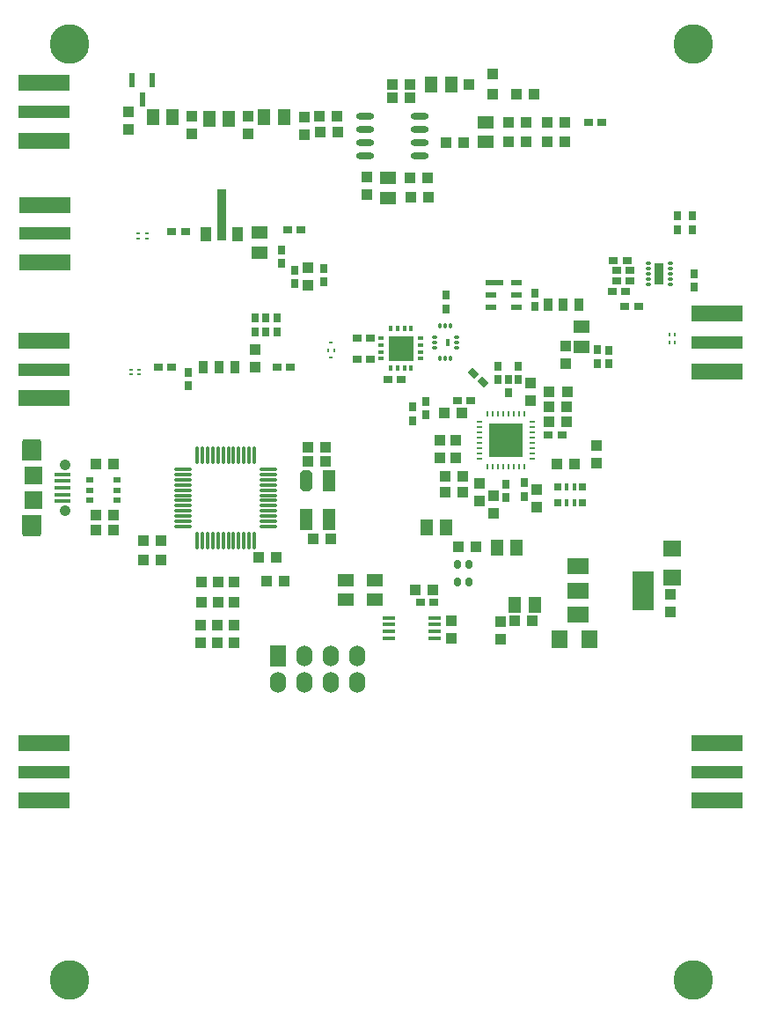
<source format=gbr>
%TF.GenerationSoftware,Altium Limited,Altium Designer,20.2.4 (192)*%
G04 Layer_Color=255*
%FSLAX25Y25*%
%MOIN*%
%TF.SameCoordinates,DD73C85C-3220-4851-94E8-9B28512026BA*%
%TF.FilePolarity,Positive*%
%TF.FileFunction,Pads,Top*%
%TF.Part,Single*%
G01*
G75*
%TA.AperFunction,SMDPad,CuDef*%
%ADD14R,0.03543X0.02756*%
%ADD15R,0.01181X0.00591*%
%ADD16R,0.00591X0.01181*%
%ADD17R,0.02264X0.01181*%
%ADD18R,0.01181X0.02264*%
%ADD19R,0.09449X0.09449*%
%ADD20R,0.06890X0.02362*%
%ADD21R,0.03937X0.02362*%
%ADD22R,0.02756X0.03543*%
%ADD23R,0.04331X0.03937*%
%ADD24R,0.03543X0.19685*%
%ADD25R,0.03937X0.05512*%
G04:AMPARAMS|DCode=26|XSize=31.5mil|YSize=23.62mil|CornerRadius=5.91mil|HoleSize=0mil|Usage=FLASHONLY|Rotation=90.000|XOffset=0mil|YOffset=0mil|HoleType=Round|Shape=RoundedRectangle|*
%AMROUNDEDRECTD26*
21,1,0.03150,0.01181,0,0,90.0*
21,1,0.01968,0.02362,0,0,90.0*
1,1,0.01181,0.00591,0.00984*
1,1,0.01181,0.00591,-0.00984*
1,1,0.01181,-0.00591,-0.00984*
1,1,0.01181,-0.00591,0.00984*
%
%ADD26ROUNDEDRECTD26*%
%ADD27O,0.01181X0.06890*%
%ADD28O,0.06890X0.01181*%
%ADD29R,0.02362X0.05512*%
%ADD30R,0.07900X0.05900*%
%ADD31R,0.07900X0.15000*%
%ADD32O,0.06890X0.02362*%
%ADD33R,0.07480X0.04232*%
%ADD34R,0.07087X0.07087*%
%ADD35R,0.05906X0.01575*%
%ADD36R,0.02756X0.01968*%
%ADD37R,0.04000X0.04000*%
%ADD38R,0.02559X0.02756*%
%ADD39R,0.01772X0.02756*%
%ADD40R,0.04500X0.01500*%
%ADD41R,0.04724X0.07874*%
G04:AMPARAMS|DCode=42|XSize=78.74mil|YSize=47.24mil|CornerRadius=0mil|HoleSize=0mil|Usage=FLASHONLY|Rotation=270.000|XOffset=0mil|YOffset=0mil|HoleType=Round|Shape=Octagon|*
%AMOCTAGOND42*
4,1,8,-0.01181,-0.03937,0.01181,-0.03937,0.02362,-0.02756,0.02362,0.02756,0.01181,0.03937,-0.01181,0.03937,-0.02362,0.02756,-0.02362,-0.02756,-0.01181,-0.03937,0.0*
%
%ADD42OCTAGOND42*%

%ADD43R,0.07087X0.06299*%
%ADD44R,0.05906X0.05118*%
%ADD45R,0.03937X0.04331*%
%ADD46O,0.02362X0.01181*%
%ADD47R,0.03543X0.08268*%
%ADD48R,0.12992X0.12992*%
%ADD49O,0.00984X0.02559*%
%ADD50O,0.02559X0.00984*%
%ADD51O,0.01181X0.02362*%
%ADD52R,0.01575X0.03150*%
%ADD53R,0.03543X0.05118*%
%TA.AperFunction,ConnectorPad*%
%ADD54R,0.19685X0.06299*%
%ADD55R,0.19685X0.04724*%
%TA.AperFunction,SMDPad,CuDef*%
%ADD56R,0.01496X0.01102*%
G04:AMPARAMS|DCode=57|XSize=27.56mil|YSize=35.43mil|CornerRadius=0mil|HoleSize=0mil|Usage=FLASHONLY|Rotation=225.000|XOffset=0mil|YOffset=0mil|HoleType=Round|Shape=Rectangle|*
%AMROTATEDRECTD57*
4,1,4,-0.00278,0.02227,0.02227,-0.00278,0.00278,-0.02227,-0.02227,0.00278,-0.00278,0.02227,0.0*
%
%ADD57ROTATEDRECTD57*%

%ADD58R,0.06299X0.07087*%
%ADD59R,0.01102X0.01496*%
%ADD60R,0.05118X0.05906*%
%TA.AperFunction,ComponentPad*%
G04:AMPARAMS|DCode=108|XSize=74.8mil|YSize=49.21mil|CornerRadius=12.3mil|HoleSize=0mil|Usage=FLASHONLY|Rotation=0.000|XOffset=0mil|YOffset=0mil|HoleType=Round|Shape=RoundedRectangle|*
%AMROUNDEDRECTD108*
21,1,0.07480,0.02461,0,0,0.0*
21,1,0.05020,0.04921,0,0,0.0*
1,1,0.02461,0.02510,-0.01230*
1,1,0.02461,-0.02510,-0.01230*
1,1,0.02461,-0.02510,0.01230*
1,1,0.02461,0.02510,0.01230*
%
%ADD108ROUNDEDRECTD108*%
%ADD109C,0.04134*%
%ADD110C,0.14961*%
%ADD111R,0.06000X0.08000*%
%ADD112O,0.06000X0.08000*%
D14*
X128543Y262731D02*
D03*
X133661D02*
D03*
X128543Y254681D02*
D03*
X133661D02*
D03*
X145472Y246807D02*
D03*
X140354D02*
D03*
X201181Y225941D02*
D03*
X206299D02*
D03*
X53346Y251531D02*
D03*
X58464D02*
D03*
X103346Y251728D02*
D03*
X98228D02*
D03*
X232087Y284208D02*
D03*
X226969D02*
D03*
X232087Y288145D02*
D03*
X226969D02*
D03*
X221402Y344216D02*
D03*
X216283D02*
D03*
X171795Y239098D02*
D03*
X166677D02*
D03*
X225787Y292082D02*
D03*
X230906D02*
D03*
X225328Y280228D02*
D03*
X230446D02*
D03*
X235236Y274563D02*
D03*
X230118D02*
D03*
X157677Y162592D02*
D03*
X152559D02*
D03*
X63543Y303106D02*
D03*
X58425D02*
D03*
X107438Y303500D02*
D03*
X102320D02*
D03*
D15*
X118841Y260882D02*
D03*
Y255173D02*
D03*
D16*
X120121Y258027D02*
D03*
X117561D02*
D03*
D17*
X152706Y254878D02*
D03*
X152707Y257439D02*
D03*
X152706Y259995D02*
D03*
X152705Y262556D02*
D03*
X137847D02*
D03*
X137847Y259995D02*
D03*
Y257430D02*
D03*
X137840Y254879D02*
D03*
D18*
X149116Y266140D02*
D03*
X146555Y266148D02*
D03*
X143997Y266148D02*
D03*
X141437Y266148D02*
D03*
X141436Y251279D02*
D03*
X143997Y251279D02*
D03*
X146560Y251288D02*
D03*
X149114Y251284D02*
D03*
D19*
X145275Y258716D02*
D03*
D20*
X180797Y283766D02*
D03*
D21*
X179320Y279041D02*
D03*
D03*
X179320Y274317D02*
D03*
X189163D02*
D03*
X189163Y279041D02*
D03*
X189163Y283766D02*
D03*
D22*
X116142Y284012D02*
D03*
Y289130D02*
D03*
X98425Y270232D02*
D03*
Y265114D02*
D03*
X191929Y207831D02*
D03*
Y202712D02*
D03*
X185968Y247004D02*
D03*
Y241886D02*
D03*
X94130Y265114D02*
D03*
Y270232D02*
D03*
X154580Y238736D02*
D03*
Y233618D02*
D03*
X149606Y236472D02*
D03*
Y231354D02*
D03*
X162205Y278893D02*
D03*
Y273775D02*
D03*
X64567Y249760D02*
D03*
Y244641D02*
D03*
X256299Y281890D02*
D03*
Y287008D02*
D03*
X255817Y303742D02*
D03*
Y308860D02*
D03*
X181890Y247004D02*
D03*
Y252122D02*
D03*
X189764Y252122D02*
D03*
Y247004D02*
D03*
X250000Y308860D02*
D03*
Y303742D02*
D03*
X184984Y207405D02*
D03*
Y202287D02*
D03*
X195910Y274563D02*
D03*
Y279681D02*
D03*
X219563Y253106D02*
D03*
Y258224D02*
D03*
X224016Y252909D02*
D03*
Y258027D02*
D03*
X90157Y270232D02*
D03*
Y265114D02*
D03*
X100042Y296020D02*
D03*
Y290901D02*
D03*
X105118Y283224D02*
D03*
Y288342D02*
D03*
D23*
X155260Y323350D02*
D03*
X148567D02*
D03*
X168252Y234374D02*
D03*
X161559D02*
D03*
X168701Y204287D02*
D03*
X162008D02*
D03*
X208071Y236768D02*
D03*
X201378D02*
D03*
X201378Y230862D02*
D03*
X208071D02*
D03*
X173764Y183618D02*
D03*
X167071Y183618D02*
D03*
X157285Y167279D02*
D03*
X150593D02*
D03*
X54527Y185980D02*
D03*
X47835D02*
D03*
X54527Y178697D02*
D03*
X47835D02*
D03*
X118701Y186767D02*
D03*
X112008D02*
D03*
X110157Y215901D02*
D03*
X116850D02*
D03*
X110039Y221413D02*
D03*
X116732D02*
D03*
X188281Y155665D02*
D03*
X194974D02*
D03*
X141874Y353665D02*
D03*
X148567D02*
D03*
Y358783D02*
D03*
X141874D02*
D03*
X121008Y346579D02*
D03*
X114315D02*
D03*
X155654Y315870D02*
D03*
X148961D02*
D03*
X121402Y340673D02*
D03*
X114709D02*
D03*
X162346Y336736D02*
D03*
X169039D02*
D03*
X185969Y344216D02*
D03*
X192661D02*
D03*
X168701Y210193D02*
D03*
X162008D02*
D03*
X201520Y242445D02*
D03*
X208213D02*
D03*
X211024Y215114D02*
D03*
X204331D02*
D03*
X94357Y170626D02*
D03*
X101050D02*
D03*
X29724Y190114D02*
D03*
X36417D02*
D03*
X29724Y214819D02*
D03*
X36417D02*
D03*
X29724Y195626D02*
D03*
X36417D02*
D03*
X189118Y354846D02*
D03*
X195811D02*
D03*
X207228Y344216D02*
D03*
X200535D02*
D03*
X207228Y337130D02*
D03*
X200535D02*
D03*
X192661D02*
D03*
X185969D02*
D03*
X91270Y179563D02*
D03*
X97963D02*
D03*
D24*
X77362Y309208D02*
D03*
D25*
X71260Y302122D02*
D03*
X83464D02*
D03*
D26*
X166614Y170392D02*
D03*
X171063Y170392D02*
D03*
X171063Y176888D02*
D03*
X166614D02*
D03*
D27*
X89709Y186079D02*
D03*
X87740Y186078D02*
D03*
X85772D02*
D03*
X83803D02*
D03*
X81835D02*
D03*
X79866D02*
D03*
X77898Y186079D02*
D03*
X75929D02*
D03*
X73961Y186078D02*
D03*
X71992D02*
D03*
X70024D02*
D03*
X68055D02*
D03*
Y218165D02*
D03*
X70024Y218165D02*
D03*
X71992D02*
D03*
X73961D02*
D03*
X75929Y218165D02*
D03*
X77898D02*
D03*
X79866D02*
D03*
X81835D02*
D03*
X83803D02*
D03*
X85772Y218165D02*
D03*
X87740D02*
D03*
X89709Y218165D02*
D03*
D28*
X62839Y191295D02*
D03*
Y193263D02*
D03*
Y195232D02*
D03*
X62839Y197201D02*
D03*
Y199169D02*
D03*
Y201137D02*
D03*
X62839Y203106D02*
D03*
Y205075D02*
D03*
X62839Y207043D02*
D03*
Y209012D02*
D03*
Y210980D02*
D03*
Y212948D02*
D03*
X94925D02*
D03*
Y210980D02*
D03*
Y209012D02*
D03*
Y207043D02*
D03*
Y205075D02*
D03*
Y203106D02*
D03*
Y201137D02*
D03*
Y199169D02*
D03*
Y197201D02*
D03*
Y195232D02*
D03*
Y193263D02*
D03*
Y191295D02*
D03*
D29*
X50984Y360389D02*
D03*
X43504D02*
D03*
X47244Y352909D02*
D03*
D30*
X212332Y158022D02*
D03*
Y167122D02*
D03*
Y176222D02*
D03*
D31*
X237132Y167122D02*
D03*
D32*
X152406Y331598D02*
D03*
Y336598D02*
D03*
Y341598D02*
D03*
Y346598D02*
D03*
X131736Y331598D02*
D03*
Y336598D02*
D03*
Y341598D02*
D03*
Y346598D02*
D03*
D33*
X5474Y193633D02*
D03*
Y218337D02*
D03*
D34*
X6183Y201458D02*
D03*
Y210513D02*
D03*
D35*
X17010Y200867D02*
D03*
Y203426D02*
D03*
Y205985D02*
D03*
Y208544D02*
D03*
X17010Y211103D02*
D03*
D36*
X27224Y201334D02*
D03*
Y205075D02*
D03*
Y208815D02*
D03*
X37657D02*
D03*
Y205075D02*
D03*
Y201334D02*
D03*
D37*
X171135Y358683D02*
D03*
X179936Y362583D02*
D03*
Y354983D02*
D03*
X69685Y170392D02*
D03*
Y162592D02*
D03*
X75984Y170392D02*
D03*
Y162592D02*
D03*
X82102Y170392D02*
D03*
Y162592D02*
D03*
D38*
X204724Y200153D02*
D03*
Y206452D02*
D03*
X214173Y200153D02*
D03*
Y206452D02*
D03*
D39*
X207874Y200153D02*
D03*
Y206452D02*
D03*
X211024Y200153D02*
D03*
Y206452D02*
D03*
D40*
X157874Y156750D02*
D03*
Y154190D02*
D03*
Y151630D02*
D03*
Y149070D02*
D03*
X140551Y149068D02*
D03*
X140551Y151628D02*
D03*
X140551Y154188D02*
D03*
Y156748D02*
D03*
D41*
X118110Y208618D02*
D03*
X118110Y194051D02*
D03*
X109449Y194051D02*
D03*
D42*
Y208618D02*
D03*
D43*
X248031Y172004D02*
D03*
Y183027D02*
D03*
D44*
X135433Y163539D02*
D03*
Y171019D02*
D03*
X91571Y302516D02*
D03*
Y295035D02*
D03*
X140496Y323153D02*
D03*
Y315673D02*
D03*
X124409Y171019D02*
D03*
Y163539D02*
D03*
X213779Y266886D02*
D03*
Y259405D02*
D03*
X177504Y344413D02*
D03*
Y336933D02*
D03*
D45*
X110039Y289277D02*
D03*
Y282584D02*
D03*
X219291Y215311D02*
D03*
Y222004D02*
D03*
X90157Y251728D02*
D03*
Y258421D02*
D03*
X196850Y205468D02*
D03*
Y198775D02*
D03*
X180260Y203075D02*
D03*
Y196382D02*
D03*
X194433Y238901D02*
D03*
Y245594D02*
D03*
X160181Y223941D02*
D03*
Y217248D02*
D03*
X175197Y207634D02*
D03*
Y200941D02*
D03*
X166087Y223941D02*
D03*
Y217248D02*
D03*
X164370Y155665D02*
D03*
X164370Y148972D02*
D03*
X183071Y155271D02*
D03*
Y148579D02*
D03*
X132228Y316854D02*
D03*
Y323547D02*
D03*
X66087Y340083D02*
D03*
Y346775D02*
D03*
X87347Y340083D02*
D03*
Y346775D02*
D03*
X69504Y147382D02*
D03*
Y154075D02*
D03*
X75803Y147382D02*
D03*
Y154075D02*
D03*
X82102Y147382D02*
D03*
Y154075D02*
D03*
X108606Y346382D02*
D03*
Y339689D02*
D03*
X42126Y348350D02*
D03*
Y341657D02*
D03*
X207732Y259602D02*
D03*
Y252909D02*
D03*
X247244Y158815D02*
D03*
Y165508D02*
D03*
D46*
X238976Y290901D02*
D03*
Y288933D02*
D03*
Y286964D02*
D03*
Y284996D02*
D03*
Y283027D02*
D03*
X247244D02*
D03*
Y284996D02*
D03*
Y286964D02*
D03*
Y288933D02*
D03*
Y290901D02*
D03*
X158016Y263006D02*
D03*
Y261038D02*
D03*
Y259069D02*
D03*
X166284D02*
D03*
Y261038D02*
D03*
Y263006D02*
D03*
D47*
X243110Y286964D02*
D03*
D48*
X185039Y223972D02*
D03*
D49*
X191929Y214031D02*
D03*
X189961D02*
D03*
X187992D02*
D03*
X186024D02*
D03*
X184055D02*
D03*
X182087D02*
D03*
X180118D02*
D03*
X178150D02*
D03*
Y233913D02*
D03*
X180118D02*
D03*
X182087D02*
D03*
X184055D02*
D03*
X186024D02*
D03*
X187992D02*
D03*
X189961D02*
D03*
X191929D02*
D03*
D50*
X175098Y217083D02*
D03*
Y219051D02*
D03*
Y221020D02*
D03*
Y222988D02*
D03*
Y224956D02*
D03*
Y226925D02*
D03*
Y228893D02*
D03*
Y230862D02*
D03*
X194980D02*
D03*
Y228893D02*
D03*
Y226925D02*
D03*
Y224956D02*
D03*
Y222988D02*
D03*
Y221020D02*
D03*
Y219051D02*
D03*
Y217083D02*
D03*
D51*
X164118Y267140D02*
D03*
X162150D02*
D03*
X160181D02*
D03*
Y254935D02*
D03*
X162150D02*
D03*
X164118D02*
D03*
D52*
X162937Y261038D02*
D03*
D53*
X70472Y251630D02*
D03*
X82283D02*
D03*
X76378D02*
D03*
X206835Y275208D02*
D03*
X212740D02*
D03*
X200929D02*
D03*
D54*
X265118Y87520D02*
D03*
Y109331D02*
D03*
X10079Y261693D02*
D03*
Y239882D02*
D03*
X10258Y313126D02*
D03*
Y291315D02*
D03*
X265118Y250118D02*
D03*
Y271929D02*
D03*
X10079Y359269D02*
D03*
Y337458D02*
D03*
Y109331D02*
D03*
Y87520D02*
D03*
D55*
X265118Y98425D02*
D03*
X10079Y250787D02*
D03*
X10258Y302220D02*
D03*
X265118Y261024D02*
D03*
X10079Y348363D02*
D03*
Y98425D02*
D03*
D56*
X48868Y302220D02*
D03*
X45719D02*
D03*
Y300252D02*
D03*
X48868D02*
D03*
X46063Y248807D02*
D03*
X42913D02*
D03*
Y250775D02*
D03*
X46063D02*
D03*
D57*
X172600Y249431D02*
D03*
X176219Y245813D02*
D03*
D58*
X205512Y148775D02*
D03*
X216535D02*
D03*
D59*
X249016Y260931D02*
D03*
Y264081D02*
D03*
X247047D02*
D03*
Y260931D02*
D03*
D60*
X156835Y358783D02*
D03*
X164315D02*
D03*
X58803Y346185D02*
D03*
X51323D02*
D03*
X80063Y345791D02*
D03*
X72583D02*
D03*
X100929Y346185D02*
D03*
X93449D02*
D03*
X189173Y183421D02*
D03*
X181693D02*
D03*
X162346Y190901D02*
D03*
X154866D02*
D03*
X188491Y161767D02*
D03*
X195971D02*
D03*
D108*
X5474Y189883D02*
D03*
Y222087D02*
D03*
D109*
X17994Y214745D02*
D03*
X17994Y197225D02*
D03*
D110*
X255906Y19685D02*
D03*
X19685D02*
D03*
X255906Y374016D02*
D03*
X19685D02*
D03*
D111*
X98779Y142358D02*
D03*
D112*
Y132358D02*
D03*
X108780Y142358D02*
D03*
Y132358D02*
D03*
X118780Y142358D02*
D03*
Y132358D02*
D03*
X128779Y142358D02*
D03*
Y132358D02*
D03*
%TF.MD5,7c9e8a3779d96472c46cbe54e2ec8321*%
M02*

</source>
